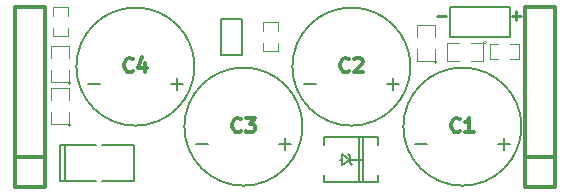
<source format=gto>
G04 (created by PCBNEW (2013-dec-23)-stable) date Mon 21 Jul 2014 03:55:54 PM UTC*
%MOIN*%
G04 Gerber Fmt 3.4, Leading zero omitted, Abs format*
%FSLAX34Y34*%
G01*
G70*
G90*
G04 APERTURE LIST*
%ADD10C,0.00590551*%
%ADD11C,0.00984252*%
%ADD12C,0.011811*%
%ADD13C,0.006*%
%ADD14C,0.0039*%
%ADD15C,0.0047*%
%ADD16C,0.012*%
%ADD17C,0.005*%
G04 APERTURE END LIST*
G54D10*
G54D11*
X26650Y-15809D02*
X26949Y-15809D01*
X26800Y-15959D02*
X26800Y-15659D01*
X24150Y-15809D02*
X24449Y-15809D01*
G54D12*
X14021Y-17646D02*
X13998Y-17668D01*
X13931Y-17691D01*
X13886Y-17691D01*
X13818Y-17668D01*
X13773Y-17623D01*
X13751Y-17578D01*
X13728Y-17488D01*
X13728Y-17421D01*
X13751Y-17331D01*
X13773Y-17286D01*
X13818Y-17241D01*
X13886Y-17218D01*
X13931Y-17218D01*
X13998Y-17241D01*
X14021Y-17263D01*
X14426Y-17376D02*
X14426Y-17691D01*
X14313Y-17196D02*
X14201Y-17533D01*
X14493Y-17533D01*
X17621Y-19646D02*
X17598Y-19668D01*
X17531Y-19691D01*
X17486Y-19691D01*
X17418Y-19668D01*
X17373Y-19623D01*
X17351Y-19578D01*
X17328Y-19488D01*
X17328Y-19421D01*
X17351Y-19331D01*
X17373Y-19286D01*
X17418Y-19241D01*
X17486Y-19218D01*
X17531Y-19218D01*
X17598Y-19241D01*
X17621Y-19263D01*
X17778Y-19218D02*
X18071Y-19218D01*
X17913Y-19398D01*
X17981Y-19398D01*
X18026Y-19421D01*
X18048Y-19443D01*
X18071Y-19488D01*
X18071Y-19601D01*
X18048Y-19646D01*
X18026Y-19668D01*
X17981Y-19691D01*
X17846Y-19691D01*
X17801Y-19668D01*
X17778Y-19646D01*
X21221Y-17646D02*
X21198Y-17668D01*
X21131Y-17691D01*
X21086Y-17691D01*
X21018Y-17668D01*
X20973Y-17623D01*
X20951Y-17578D01*
X20928Y-17488D01*
X20928Y-17421D01*
X20951Y-17331D01*
X20973Y-17286D01*
X21018Y-17241D01*
X21086Y-17218D01*
X21131Y-17218D01*
X21198Y-17241D01*
X21221Y-17263D01*
X21401Y-17263D02*
X21423Y-17241D01*
X21468Y-17218D01*
X21581Y-17218D01*
X21626Y-17241D01*
X21648Y-17263D01*
X21671Y-17308D01*
X21671Y-17353D01*
X21648Y-17421D01*
X21378Y-17691D01*
X21671Y-17691D01*
X24921Y-19646D02*
X24898Y-19668D01*
X24831Y-19691D01*
X24786Y-19691D01*
X24718Y-19668D01*
X24673Y-19623D01*
X24651Y-19578D01*
X24628Y-19488D01*
X24628Y-19421D01*
X24651Y-19331D01*
X24673Y-19286D01*
X24718Y-19241D01*
X24786Y-19218D01*
X24831Y-19218D01*
X24898Y-19241D01*
X24921Y-19263D01*
X25371Y-19691D02*
X25101Y-19691D01*
X25236Y-19691D02*
X25236Y-19218D01*
X25191Y-19286D01*
X25146Y-19331D01*
X25101Y-19353D01*
G54D13*
X24600Y-16500D02*
X24600Y-15500D01*
X24600Y-15500D02*
X26600Y-15500D01*
X26600Y-15500D02*
X26600Y-16500D01*
X26600Y-16500D02*
X24600Y-16500D01*
G54D14*
X25800Y-16700D02*
G75*
G03X25800Y-16700I-50J0D01*
G74*
G01*
X25300Y-16700D02*
X25700Y-16700D01*
X25700Y-16700D02*
X25700Y-17300D01*
X25700Y-17300D02*
X25300Y-17300D01*
X24900Y-17300D02*
X24500Y-17300D01*
X24500Y-17300D02*
X24500Y-16700D01*
X24500Y-16700D02*
X24900Y-16700D01*
X11950Y-19450D02*
G75*
G03X11950Y-19450I-50J0D01*
G74*
G01*
X11900Y-19000D02*
X11900Y-19400D01*
X11900Y-19400D02*
X11300Y-19400D01*
X11300Y-19400D02*
X11300Y-19000D01*
X11300Y-18600D02*
X11300Y-18200D01*
X11300Y-18200D02*
X11900Y-18200D01*
X11900Y-18200D02*
X11900Y-18600D01*
X11950Y-18050D02*
G75*
G03X11950Y-18050I-50J0D01*
G74*
G01*
X11900Y-17600D02*
X11900Y-18000D01*
X11900Y-18000D02*
X11300Y-18000D01*
X11300Y-18000D02*
X11300Y-17600D01*
X11300Y-17200D02*
X11300Y-16800D01*
X11300Y-16800D02*
X11900Y-16800D01*
X11900Y-16800D02*
X11900Y-17200D01*
G54D15*
X26597Y-17256D02*
X26872Y-17256D01*
X26203Y-17256D02*
X25928Y-17256D01*
X26597Y-16744D02*
X26872Y-16744D01*
X25928Y-16744D02*
X26203Y-16744D01*
X26872Y-16750D02*
X26872Y-17250D01*
X25928Y-17250D02*
X25928Y-16750D01*
X11856Y-15803D02*
X11856Y-15528D01*
X11856Y-16197D02*
X11856Y-16472D01*
X11344Y-15803D02*
X11344Y-15528D01*
X11344Y-16472D02*
X11344Y-16197D01*
X11350Y-15528D02*
X11850Y-15528D01*
X11850Y-16472D02*
X11350Y-16472D01*
G54D10*
X23818Y-20090D02*
X23425Y-20090D01*
X26574Y-20090D02*
X26181Y-20090D01*
X26377Y-19893D02*
X26377Y-20287D01*
X26968Y-19500D02*
G75*
G03X26968Y-19500I-1968J0D01*
G74*
G01*
G54D14*
X24150Y-17350D02*
G75*
G03X24150Y-17350I-50J0D01*
G74*
G01*
X24100Y-16900D02*
X24100Y-17300D01*
X24100Y-17300D02*
X23500Y-17300D01*
X23500Y-17300D02*
X23500Y-16900D01*
X23500Y-16500D02*
X23500Y-16100D01*
X23500Y-16100D02*
X24100Y-16100D01*
X24100Y-16100D02*
X24100Y-16500D01*
G54D10*
X20118Y-18090D02*
X19725Y-18090D01*
X22874Y-18090D02*
X22481Y-18090D01*
X22677Y-17893D02*
X22677Y-18287D01*
X23268Y-17500D02*
G75*
G03X23268Y-17500I-1968J0D01*
G74*
G01*
X16518Y-20090D02*
X16125Y-20090D01*
X19274Y-20090D02*
X18881Y-20090D01*
X19077Y-19893D02*
X19077Y-20287D01*
X19668Y-19500D02*
G75*
G03X19668Y-19500I-1968J0D01*
G74*
G01*
G54D16*
X11100Y-21500D02*
X10100Y-21500D01*
X10100Y-21500D02*
X10100Y-15500D01*
X10100Y-15500D02*
X11100Y-15500D01*
X11100Y-15500D02*
X11100Y-21500D01*
X11100Y-20500D02*
X10100Y-20500D01*
X28100Y-21500D02*
X27100Y-21500D01*
X27100Y-21500D02*
X27100Y-15500D01*
X27100Y-15500D02*
X28100Y-15500D01*
X28100Y-15500D02*
X28100Y-21500D01*
X28100Y-20500D02*
X27100Y-20500D01*
G54D15*
X18856Y-16303D02*
X18856Y-16028D01*
X18856Y-16697D02*
X18856Y-16972D01*
X18344Y-16303D02*
X18344Y-16028D01*
X18344Y-16972D02*
X18344Y-16697D01*
X18350Y-16028D02*
X18850Y-16028D01*
X18850Y-16972D02*
X18350Y-16972D01*
G54D17*
X16950Y-15900D02*
X17650Y-15900D01*
X17650Y-15900D02*
X17650Y-17100D01*
X17650Y-17100D02*
X16950Y-17100D01*
X16950Y-17100D02*
X16950Y-15900D01*
G54D10*
X11750Y-20100D02*
X11600Y-20100D01*
X11600Y-20100D02*
X11600Y-21300D01*
X11600Y-21300D02*
X11750Y-21300D01*
X12800Y-21300D02*
X11750Y-21300D01*
X11750Y-21300D02*
X11750Y-20100D01*
X11750Y-20100D02*
X12800Y-20100D01*
X13000Y-20100D02*
X14050Y-20100D01*
X14050Y-20100D02*
X14050Y-21300D01*
X14050Y-21300D02*
X13000Y-21300D01*
X12918Y-18090D02*
X12525Y-18090D01*
X15674Y-18090D02*
X15281Y-18090D01*
X15477Y-17893D02*
X15477Y-18287D01*
X16068Y-17500D02*
G75*
G03X16068Y-17500I-1968J0D01*
G74*
G01*
G54D17*
X21000Y-20600D02*
X20920Y-20600D01*
X20400Y-19850D02*
X22200Y-19850D01*
X22200Y-19850D02*
X22200Y-20100D01*
X21560Y-21350D02*
X21560Y-19850D01*
X21690Y-21350D02*
X21690Y-19850D01*
X20400Y-21100D02*
X20400Y-21350D01*
X20400Y-21350D02*
X22200Y-21350D01*
X22200Y-21350D02*
X22200Y-21100D01*
X20400Y-20100D02*
X20400Y-19850D01*
X21250Y-20600D02*
X21000Y-20413D01*
X21000Y-20413D02*
X21000Y-20600D01*
X21000Y-20600D02*
X21000Y-20787D01*
X21000Y-20787D02*
X21250Y-20600D01*
X21250Y-20600D02*
X21250Y-20475D01*
X21250Y-20475D02*
X21188Y-20413D01*
X21250Y-20600D02*
X21250Y-20725D01*
X21250Y-20725D02*
X21312Y-20787D01*
X21250Y-20600D02*
X21687Y-20600D01*
M02*

</source>
